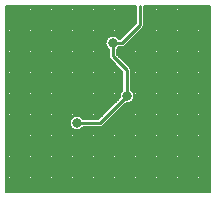
<source format=gbl>
%FSLAX24Y24*%
%MOIN*%
G70*
G01*
G75*
G04 Layer_Physical_Order=2*
G04 Layer_Color=16711680*
%ADD10C,0.0080*%
%ADD11O,0.0118X0.0335*%
%ADD12R,0.1457X0.1457*%
%ADD13O,0.0335X0.0118*%
%ADD14R,0.0200X0.0250*%
%ADD15R,0.0236X0.0472*%
%ADD16R,0.0250X0.0200*%
%ADD17R,0.0433X0.0472*%
%ADD18C,0.0100*%
%ADD19C,0.0060*%
%ADD20C,0.0200*%
%ADD21C,0.0320*%
%ADD22C,0.0240*%
D10*
X5069Y5591D02*
G03*
X5110Y5690I-99J99D01*
G01*
X5069Y5591D02*
G03*
X5110Y5690I-99J99D01*
G01*
X4277Y5230D02*
G03*
X3930Y4883I-207J-140D01*
G01*
X4370Y4950D02*
G03*
X4469Y4991I0J140D01*
G01*
X4370Y4950D02*
G03*
X4469Y4991I0J140D01*
G01*
X4670Y4190D02*
G03*
X4629Y4289I-140J0D01*
G01*
X4670Y4190D02*
G03*
X4629Y4289I-140J0D01*
G01*
X4210Y4883D02*
G03*
X4277Y4950I-140J207D01*
G01*
X3930Y4650D02*
G03*
X3971Y4551I140J0D01*
G01*
X3930Y4650D02*
G03*
X3971Y4551I140J0D01*
G01*
X4790Y3320D02*
G03*
X4670Y3534I-250J0D01*
G01*
X4493Y3075D02*
G03*
X4790Y3320I47J245D01*
G01*
X4390Y3520D02*
G03*
X4295Y3273I150J-200D01*
G01*
X3640Y2280D02*
G03*
X3739Y2321I0J140D01*
G01*
X3640Y2280D02*
G03*
X3739Y2321I0J140D01*
G01*
X3077Y2560D02*
G03*
X3077Y2280I-207J-140D01*
G01*
X5110Y6100D02*
X7310D01*
X5110Y6170D02*
X7310D01*
X5110Y6030D02*
X7310D01*
X5110Y6310D02*
X7310D01*
X5110Y6320D02*
X7310D01*
X5110Y6240D02*
X7310D01*
X5110Y5750D02*
X7310D01*
X5110Y5820D02*
X7310D01*
X5110Y5680D02*
X7310D01*
X5110Y5960D02*
X7310D01*
X5110Y5890D02*
X7310D01*
X5085Y5610D02*
X7310D01*
X5018Y5540D02*
X7310D01*
X4878Y5400D02*
X7310D01*
X4948Y5470D02*
X7310D01*
X4668Y5190D02*
X7310D01*
X4598Y5120D02*
X7310D01*
X4528Y5050D02*
X7310D01*
X4808Y5330D02*
X7310D01*
X4738Y5260D02*
X7310D01*
X4670Y4000D02*
X7310D01*
X4670Y4070D02*
X7310D01*
X4670Y3930D02*
X7310D01*
X4669Y4210D02*
X7310D01*
X4637Y4280D02*
X7310D01*
X4670Y4140D02*
X7310D01*
X4670Y3650D02*
X7310D01*
X4670Y3720D02*
X7310D01*
X4670Y3580D02*
X7310D01*
X4670Y3860D02*
X7310D01*
X4670Y3790D02*
X7310D01*
X4210Y4770D02*
X7310D01*
X4210Y4840D02*
X7310D01*
X4218Y4700D02*
X7310D01*
X4457Y4980D02*
X7310D01*
X4243Y4910D02*
X7310D01*
X4498Y4420D02*
X7310D01*
X4428Y4490D02*
X7310D01*
X4568Y4350D02*
X7310D01*
X4288Y4630D02*
X7310D01*
X4358Y4560D02*
X7310D01*
X5110Y5690D02*
Y6310D01*
X4830Y5748D02*
Y6310D01*
X4718Y5636D02*
Y6320D01*
X4648Y5566D02*
Y6320D01*
X4788Y5706D02*
Y6320D01*
X4578Y5496D02*
Y6320D01*
X4508Y5426D02*
Y6320D01*
X4469Y4991D02*
X5069Y5591D01*
X4368Y5286D02*
Y6320D01*
X4438Y5356D02*
Y6320D01*
X4158Y5324D02*
Y6320D01*
X4088Y5339D02*
Y6320D01*
X4140Y5330D02*
X4412D01*
X3948Y5308D02*
Y6320D01*
X4018Y5335D02*
Y6320D01*
X4312Y5230D02*
X4830Y5748D01*
X4298Y5230D02*
Y6320D01*
X3878Y5250D02*
Y6320D01*
X4228Y5284D02*
Y6320D01*
X4438Y4480D02*
Y4968D01*
X4368Y4550D02*
Y4950D01*
X4277Y5230D02*
X4312D01*
X4298Y4620D02*
Y4950D01*
X4648Y4266D02*
Y5170D01*
X4578Y4340D02*
Y5100D01*
X4508Y4410D02*
Y5030D01*
X4277Y4950D02*
X4370D01*
X4253Y5260D02*
X4342D01*
X4228Y4690D02*
Y4896D01*
X4210Y4708D02*
Y4883D01*
Y4708D02*
X4629Y4289D01*
X3971Y4551D02*
X4390Y4132D01*
X3930Y4650D02*
Y4883D01*
X6958Y120D02*
Y6320D01*
X6888Y120D02*
Y6320D01*
X7028Y120D02*
Y6320D01*
X6748Y120D02*
Y6320D01*
X6678Y120D02*
Y6320D01*
X6818Y120D02*
Y6320D01*
X7308Y120D02*
Y6320D01*
X7238Y120D02*
Y6320D01*
X7310Y120D02*
Y6320D01*
X7098Y120D02*
Y6320D01*
X7168Y120D02*
Y6320D01*
X5908Y120D02*
Y6320D01*
X5838Y120D02*
Y6320D01*
X5978Y120D02*
Y6320D01*
X5698Y120D02*
Y6320D01*
X5768Y120D02*
Y6320D01*
X6538Y120D02*
Y6320D01*
X6398Y120D02*
Y6320D01*
X6608Y120D02*
Y6320D01*
X6048Y120D02*
Y6320D01*
X6328Y120D02*
Y6320D01*
X4789Y3300D02*
X7310D01*
X4773Y3230D02*
X7310D01*
X4732Y3160D02*
X7310D01*
X4759Y3440D02*
X7310D01*
X4702Y3510D02*
X7310D01*
X4785Y3370D02*
X7310D01*
X6468Y120D02*
Y6320D01*
X6258Y120D02*
Y6320D01*
X4638Y3090D02*
X7310D01*
X6118Y120D02*
Y6320D01*
X6188Y120D02*
Y6320D01*
X4298Y2880D02*
X7310D01*
X4228Y2810D02*
X7310D01*
X4158Y2740D02*
X7310D01*
X4438Y3020D02*
X7310D01*
X4368Y2950D02*
X7310D01*
X3948Y2530D02*
X7310D01*
X3878Y2460D02*
X7310D01*
X3808Y2390D02*
X7310D01*
X4088Y2670D02*
X7310D01*
X4018Y2600D02*
X7310D01*
X5208Y120D02*
Y6320D01*
X5138Y120D02*
Y6320D01*
X5278Y120D02*
Y6320D01*
X5068Y120D02*
Y5590D01*
X4998Y120D02*
Y5520D01*
X4928Y120D02*
Y5450D01*
X5558Y120D02*
Y6320D01*
X5488Y120D02*
Y6320D01*
X5628Y120D02*
Y6320D01*
X5348Y120D02*
Y6320D01*
X5418Y120D02*
Y6320D01*
X4788Y3352D02*
Y5310D01*
X4718Y3496D02*
Y5240D01*
X4298Y3382D02*
Y4224D01*
X4158Y3136D02*
Y4364D01*
X4228Y3206D02*
Y4294D01*
X4858Y120D02*
Y5380D01*
X4018Y2996D02*
Y4504D01*
X4088Y3066D02*
Y4434D01*
X3878Y2856D02*
Y4930D01*
X3948Y2926D02*
Y4582D01*
X4788Y120D02*
Y3288D01*
X4670Y3534D02*
Y4190D01*
X4368Y3501D02*
Y4154D01*
X4390Y3520D02*
Y4132D01*
X4718Y120D02*
Y3144D01*
X4648Y120D02*
Y3094D01*
X4578Y120D02*
Y3073D01*
X4508Y120D02*
Y3072D01*
X4438Y120D02*
Y3020D01*
X4368Y120D02*
Y2950D01*
X4298Y120D02*
Y2880D01*
X4228Y120D02*
Y2810D01*
X4158Y120D02*
Y2740D01*
X4088Y120D02*
Y2670D01*
X4018Y120D02*
Y2600D01*
X3948Y120D02*
Y2530D01*
X3878Y120D02*
Y2460D01*
X3808Y120D02*
Y2390D01*
X519Y5610D02*
X4692D01*
X519Y5680D02*
X4762D01*
X519Y5540D02*
X4622D01*
X519Y5400D02*
X4482D01*
X519Y5470D02*
X4552D01*
X519Y5330D02*
X4000D01*
X519Y4280D02*
X4242D01*
X519Y4350D02*
X4172D01*
X519Y4210D02*
X4312D01*
X519Y4490D02*
X4032D01*
X519Y4420D02*
X4102D01*
X519Y6310D02*
X4830D01*
X519Y6320D02*
X4830D01*
X519Y6240D02*
X4830D01*
X519Y6170D02*
X4830D01*
X519Y6100D02*
X4830D01*
X519Y5820D02*
X4830D01*
X519Y5890D02*
X4830D01*
X519Y5750D02*
X4830D01*
X519Y6030D02*
X4830D01*
X519Y5960D02*
X4830D01*
X519Y3790D02*
X4390D01*
X519Y3860D02*
X4390D01*
X519Y3720D02*
X4390D01*
X519Y4070D02*
X4390D01*
X519Y4140D02*
X4382D01*
X519Y4000D02*
X4390D01*
X3739Y2321D02*
X4493Y3075D01*
X519Y3580D02*
X4390D01*
X3738Y2320D02*
X7310D01*
X519Y3650D02*
X4390D01*
X3582Y2560D02*
X4295Y3273D01*
X519Y3510D02*
X4378D01*
X519Y3930D02*
X4390D01*
X519Y3440D02*
X4321D01*
X519Y3370D02*
X4295D01*
X519Y3300D02*
X4291D01*
X519Y3160D02*
X4182D01*
X519Y3230D02*
X4252D01*
X519Y3090D02*
X4112D01*
X519Y3020D02*
X4042D01*
X519Y2950D02*
X3972D01*
X3738Y2716D02*
Y6320D01*
X3668Y2646D02*
Y6320D01*
X3808Y2786D02*
Y6320D01*
X3528Y2560D02*
Y6320D01*
X3458Y2560D02*
Y6320D01*
X3598Y2576D02*
Y6320D01*
X3318Y2560D02*
Y6320D01*
X3248Y2560D02*
Y6320D01*
X3388Y2560D02*
Y6320D01*
X3108Y2560D02*
Y6320D01*
X3178Y2560D02*
Y6320D01*
X519Y5190D02*
X3841D01*
X519Y5260D02*
X3887D01*
X519Y5050D02*
X3823D01*
X2898Y2668D02*
Y6320D01*
X519Y5120D02*
X3822D01*
X2968Y2650D02*
Y6320D01*
X2828Y2666D02*
Y6320D01*
X3038Y2605D02*
Y6320D01*
X2688Y2591D02*
Y6320D01*
X2758Y2643D02*
Y6320D01*
X519Y4630D02*
X3931D01*
X519Y4700D02*
X3930D01*
X519Y4560D02*
X3963D01*
X519Y4910D02*
X3897D01*
X519Y4980D02*
X3846D01*
X519Y2880D02*
X3902D01*
X2870Y2670D02*
X3692D01*
X3077Y2280D02*
X3640D01*
X3043Y2600D02*
X3622D01*
X3077Y2560D02*
X3582D01*
X519Y4770D02*
X3930D01*
X519Y4840D02*
X3930D01*
X519Y2810D02*
X3832D01*
X519Y2740D02*
X3762D01*
X519Y2670D02*
X2870D01*
X519Y2530D02*
X2646D01*
X519Y2600D02*
X2697D01*
X519Y2320D02*
X2641D01*
X519Y2460D02*
X2623D01*
X519Y2390D02*
X2622D01*
X3738Y120D02*
Y2320D01*
X3053Y2250D02*
X7310D01*
X3668Y120D02*
Y2283D01*
X3598Y120D02*
Y2280D01*
X3528Y120D02*
Y2280D01*
X3388Y120D02*
Y2280D01*
X3318Y120D02*
Y2280D01*
X3458Y120D02*
Y2280D01*
X3178Y120D02*
Y2280D01*
X3248Y120D02*
Y2280D01*
X519Y1970D02*
X7310D01*
X519Y2040D02*
X7310D01*
X519Y1900D02*
X7310D01*
X2940Y2180D02*
X7310D01*
X519Y2110D02*
X7310D01*
X519Y1620D02*
X7310D01*
X519Y1690D02*
X7310D01*
X519Y1550D02*
X7310D01*
X519Y1830D02*
X7310D01*
X519Y1760D02*
X7310D01*
X519Y500D02*
X7310D01*
X519Y570D02*
X7310D01*
X519Y430D02*
X7310D01*
X519Y710D02*
X7310D01*
X519Y780D02*
X7310D01*
X519Y640D02*
X7310D01*
X519Y150D02*
X7310D01*
X519Y220D02*
X7310D01*
X519Y120D02*
X7310D01*
X519Y360D02*
X7310D01*
X519Y290D02*
X7310D01*
X519Y1270D02*
X7310D01*
X519Y1340D02*
X7310D01*
X519Y1200D02*
X7310D01*
X519Y1480D02*
X7310D01*
X519Y1410D02*
X7310D01*
X519Y920D02*
X7310D01*
X519Y990D02*
X7310D01*
X519Y850D02*
X7310D01*
X519Y1130D02*
X7310D01*
X519Y1060D02*
X7310D01*
X2198Y120D02*
Y6320D01*
X2128Y120D02*
Y6320D01*
X2268Y120D02*
Y6320D01*
X1988Y120D02*
Y6320D01*
X1918Y120D02*
Y6320D01*
X2058Y120D02*
Y6320D01*
X2548Y120D02*
Y6320D01*
X2478Y120D02*
Y6320D01*
X2618Y120D02*
Y6320D01*
X2338Y120D02*
Y6320D01*
X2408Y120D02*
Y6320D01*
X868Y120D02*
Y6320D01*
X798Y120D02*
Y6320D01*
X938Y120D02*
Y6320D01*
X519Y120D02*
Y6320D01*
X728Y120D02*
Y6320D01*
X1778Y120D02*
Y6320D01*
X1708Y120D02*
Y6320D01*
X1848Y120D02*
Y6320D01*
X1568Y120D02*
Y6320D01*
X1638Y120D02*
Y6320D01*
X3108Y120D02*
Y2280D01*
X3038Y120D02*
Y2235D01*
X2968Y120D02*
Y2190D01*
X2898Y120D02*
Y2172D01*
X2758Y120D02*
Y2197D01*
X2688Y120D02*
Y2249D01*
X2828Y120D02*
Y2174D01*
X1428Y120D02*
Y6320D01*
X1498Y120D02*
Y6320D01*
X1358Y120D02*
Y6320D01*
X519Y2250D02*
X2687D01*
X519Y2180D02*
X2800D01*
X1148Y120D02*
Y6320D01*
X1218Y120D02*
Y6320D01*
X1078Y120D02*
Y6320D01*
X1008Y120D02*
Y6320D01*
X1288Y120D02*
Y6320D01*
X588Y120D02*
Y6320D01*
X658Y120D02*
Y6320D01*
D18*
X4970Y5690D02*
Y6310D01*
X4530Y3310D02*
Y4190D01*
X4370Y5090D02*
X4970Y5690D01*
X4070Y5090D02*
X4370D01*
X2870Y2420D02*
X3640D01*
X4530Y3310D01*
X4070Y4650D02*
X4530Y4190D01*
X4070Y4650D02*
Y5080D01*
D21*
X4680Y350D02*
D03*
X7060D02*
D03*
X7050Y3740D02*
D03*
X7020Y6090D02*
D03*
X4660Y6060D02*
D03*
X2860Y6070D02*
D03*
X4100Y5750D02*
D03*
X700Y910D02*
D03*
X720Y4400D02*
D03*
Y3240D02*
D03*
X730Y1980D02*
D03*
X4810Y4350D02*
D03*
X6790Y1590D02*
D03*
X2630Y5240D02*
D03*
X5760Y3400D02*
D03*
X5350Y2860D02*
D03*
X1310Y5680D02*
D03*
X4070Y5090D02*
D03*
X3480Y1040D02*
D03*
X4540Y3320D02*
D03*
X3110Y2060D02*
D03*
X1620Y330D02*
D03*
X650Y6090D02*
D03*
X3130Y5240D02*
D03*
X4670Y4910D02*
D03*
X2550Y1340D02*
D03*
X2200D02*
D03*
X5480Y1590D02*
D03*
X5760Y3760D02*
D03*
X2870Y2420D02*
D03*
X4330Y2690D02*
D03*
X1790Y4930D02*
D03*
D22*
X3602Y4302D02*
D03*
Y3830D02*
D03*
X3130D02*
D03*
Y4302D02*
D03*
X3602Y3358D02*
D03*
X3130D02*
D03*
X2658Y3830D02*
D03*
Y4302D02*
D03*
Y3358D02*
D03*
M02*

</source>
